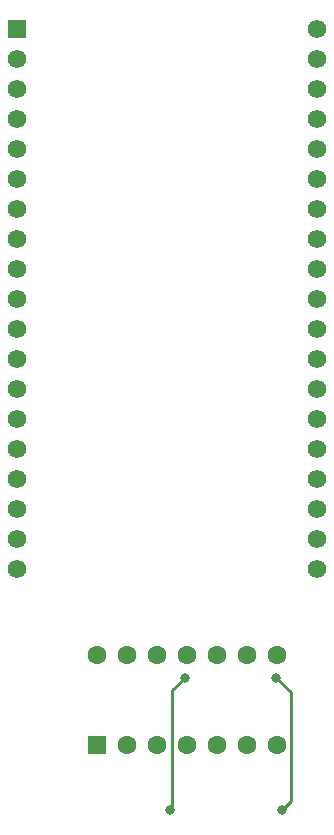
<source format=gbr>
%TF.GenerationSoftware,KiCad,Pcbnew,6.0.0-d3dd2cf0fa~116~ubuntu20.04.1*%
%TF.CreationDate,2022-12-05T21:17:03-06:00*%
%TF.ProjectId,esp32-led-driver-2,65737033-322d-46c6-9564-2d6472697665,rev?*%
%TF.SameCoordinates,Original*%
%TF.FileFunction,Copper,L2,Bot*%
%TF.FilePolarity,Positive*%
%FSLAX46Y46*%
G04 Gerber Fmt 4.6, Leading zero omitted, Abs format (unit mm)*
G04 Created by KiCad (PCBNEW 6.0.0-d3dd2cf0fa~116~ubuntu20.04.1) date 2022-12-05 21:17:03*
%MOMM*%
%LPD*%
G01*
G04 APERTURE LIST*
%TA.AperFunction,ComponentPad*%
%ADD10C,1.560000*%
%TD*%
%TA.AperFunction,ComponentPad*%
%ADD11R,1.560000X1.560000*%
%TD*%
%TA.AperFunction,ComponentPad*%
%ADD12R,1.600000X1.600000*%
%TD*%
%TA.AperFunction,ComponentPad*%
%ADD13C,1.600000*%
%TD*%
%TA.AperFunction,ViaPad*%
%ADD14C,0.800000*%
%TD*%
%TA.AperFunction,Conductor*%
%ADD15C,0.250000*%
%TD*%
G04 APERTURE END LIST*
D10*
%TO.P,ESP32 Dev Board,38,CLK*%
%TO.N,unconnected-(U1-Pad38)*%
X77216000Y-119305000D03*
%TO.P,ESP32 Dev Board,37,SD0*%
%TO.N,unconnected-(U1-Pad37)*%
X77216000Y-116765000D03*
%TO.P,ESP32 Dev Board,36,SD1*%
%TO.N,unconnected-(U1-Pad36)*%
X77216000Y-114225000D03*
%TO.P,ESP32 Dev Board,35,IO15*%
%TO.N,/IO15*%
X77216000Y-111685000D03*
%TO.P,ESP32 Dev Board,34,IO2*%
%TO.N,/IO2*%
X77216000Y-109145000D03*
%TO.P,ESP32 Dev Board,33,IO0*%
%TO.N,unconnected-(U1-Pad33)*%
X77216000Y-106605000D03*
%TO.P,ESP32 Dev Board,32,IO4*%
%TO.N,/IO4*%
X77216000Y-104065000D03*
%TO.P,ESP32 Dev Board,31,IO16*%
%TO.N,/IO16*%
X77216000Y-101525000D03*
%TO.P,ESP32 Dev Board,30,IO17*%
%TO.N,unconnected-(U1-Pad30)*%
X77216000Y-98985000D03*
%TO.P,ESP32 Dev Board,29,IO5*%
%TO.N,unconnected-(U1-Pad29)*%
X77216000Y-96445000D03*
%TO.P,ESP32 Dev Board,28,IO18*%
%TO.N,unconnected-(U1-Pad28)*%
X77216000Y-93905000D03*
%TO.P,ESP32 Dev Board,27,IO19*%
%TO.N,unconnected-(U1-Pad27)*%
X77216000Y-91365000D03*
%TO.P,ESP32 Dev Board,26,GND2*%
%TO.N,unconnected-(U1-Pad26)*%
X77216000Y-88825000D03*
%TO.P,ESP32 Dev Board,25,IO21*%
%TO.N,unconnected-(U1-Pad25)*%
X77216000Y-86285000D03*
%TO.P,ESP32 Dev Board,24,RXD0*%
%TO.N,unconnected-(U1-Pad24)*%
X77216000Y-83745000D03*
%TO.P,ESP32 Dev Board,23,TXD0*%
%TO.N,unconnected-(U1-Pad23)*%
X77216000Y-81205000D03*
%TO.P,ESP32 Dev Board,22,IO22*%
%TO.N,unconnected-(U1-Pad22)*%
X77216000Y-78665000D03*
%TO.P,ESP32 Dev Board,21,IO23*%
%TO.N,unconnected-(U1-Pad21)*%
X77216000Y-76125000D03*
%TO.P,ESP32 Dev Board,20,GND3*%
%TO.N,GND*%
X77216000Y-73585000D03*
%TO.P,ESP32 Dev Board,19,EXT_5V*%
%TO.N,VCC*%
X51816000Y-119305000D03*
%TO.P,ESP32 Dev Board,18,CMD*%
%TO.N,unconnected-(U1-Pad18)*%
X51816000Y-116765000D03*
%TO.P,ESP32 Dev Board,17,SD3*%
%TO.N,unconnected-(U1-Pad17)*%
X51816000Y-114225000D03*
%TO.P,ESP32 Dev Board,16,SD2*%
%TO.N,unconnected-(U1-Pad16)*%
X51816000Y-111685000D03*
%TO.P,ESP32 Dev Board,15,IO13*%
%TO.N,unconnected-(U1-Pad15)*%
X51816000Y-109145000D03*
%TO.P,ESP32 Dev Board,14,GND1*%
%TO.N,unconnected-(U1-Pad14)*%
X51816000Y-106605000D03*
%TO.P,ESP32 Dev Board,13,IO12*%
%TO.N,unconnected-(U1-Pad13)*%
X51816000Y-104065000D03*
%TO.P,ESP32 Dev Board,12,IO14*%
%TO.N,unconnected-(U1-Pad12)*%
X51816000Y-101525000D03*
%TO.P,ESP32 Dev Board,11,IO27*%
%TO.N,unconnected-(U1-Pad11)*%
X51816000Y-98985000D03*
%TO.P,ESP32 Dev Board,10,IO26*%
%TO.N,unconnected-(U1-Pad10)*%
X51816000Y-96445000D03*
%TO.P,ESP32 Dev Board,9,IO25*%
%TO.N,unconnected-(U1-Pad9)*%
X51816000Y-93905000D03*
%TO.P,ESP32 Dev Board,8,IO33*%
%TO.N,unconnected-(U1-Pad8)*%
X51816000Y-91365000D03*
%TO.P,ESP32 Dev Board,7,IO32*%
%TO.N,unconnected-(U1-Pad7)*%
X51816000Y-88825000D03*
%TO.P,ESP32 Dev Board,6,IO35*%
%TO.N,unconnected-(U1-Pad6)*%
X51816000Y-86285000D03*
%TO.P,ESP32 Dev Board,5,IO34*%
%TO.N,unconnected-(U1-Pad5)*%
X51816000Y-83745000D03*
%TO.P,ESP32 Dev Board,4,SENSOR_VN*%
%TO.N,unconnected-(U1-Pad4)*%
X51816000Y-81205000D03*
%TO.P,ESP32 Dev Board,3,SENSOR_VP*%
%TO.N,unconnected-(U1-Pad3)*%
X51816000Y-78665000D03*
%TO.P,ESP32 Dev Board,2,EN*%
%TO.N,unconnected-(U1-Pad2)*%
X51816000Y-76125000D03*
D11*
%TO.P,ESP32 Dev Board,1,3V3*%
%TO.N,unconnected-(U1-Pad1)*%
X51816000Y-73585000D03*
%TD*%
D12*
%TO.P,U2,1,1~{OE}*%
%TO.N,GND*%
X58550000Y-134210000D03*
D13*
%TO.P,U2,2,1A*%
%TO.N,/IO16*%
X61090000Y-134210000D03*
%TO.P,U2,3,1Y*%
%TO.N,/IO16_5v5*%
X63630000Y-134210000D03*
%TO.P,U2,4,2~{OE}*%
%TO.N,GND*%
X66170000Y-134210000D03*
%TO.P,U2,5,2A*%
%TO.N,/IO4*%
X68710000Y-134210000D03*
%TO.P,U2,6,2Y*%
%TO.N,/IO4_5v5*%
X71250000Y-134210000D03*
%TO.P,U2,7,GND*%
%TO.N,GND*%
X73790000Y-134210000D03*
%TO.P,U2,8,3Y*%
%TO.N,/IO2_5v5*%
X73790000Y-126590000D03*
%TO.P,U2,9,3A*%
%TO.N,/IO2*%
X71250000Y-126590000D03*
%TO.P,U2,10,3~{OE}*%
%TO.N,GND*%
X68710000Y-126590000D03*
%TO.P,U2,11,4Y*%
%TO.N,/IO15_5v5*%
X66170000Y-126590000D03*
%TO.P,U2,12,4A*%
%TO.N,/IO15*%
X63630000Y-126590000D03*
%TO.P,U2,13,4~{OE}*%
%TO.N,GND*%
X61090000Y-126590000D03*
%TO.P,U2,14,VCC*%
%TO.N,VCC*%
X58550000Y-126590000D03*
%TD*%
D14*
%TO.N,/IO15_5v5*%
X64750000Y-139750000D03*
%TO.N,/IO2_5v5*%
X74250000Y-139750000D03*
X73750000Y-128500000D03*
%TO.N,/IO15_5v5*%
X66000000Y-128500000D03*
%TD*%
D15*
%TO.N,/IO15_5v5*%
X66000000Y-128500000D02*
X64945489Y-129554511D01*
X64945489Y-129554511D02*
X64945489Y-139554511D01*
X64945489Y-139554511D02*
X64750000Y-139750000D01*
%TO.N,/IO2_5v5*%
X74250000Y-139750000D02*
X75014511Y-138985489D01*
X75014511Y-138985489D02*
X75014511Y-129764511D01*
X75014511Y-129764511D02*
X73750000Y-128500000D01*
%TD*%
M02*

</source>
